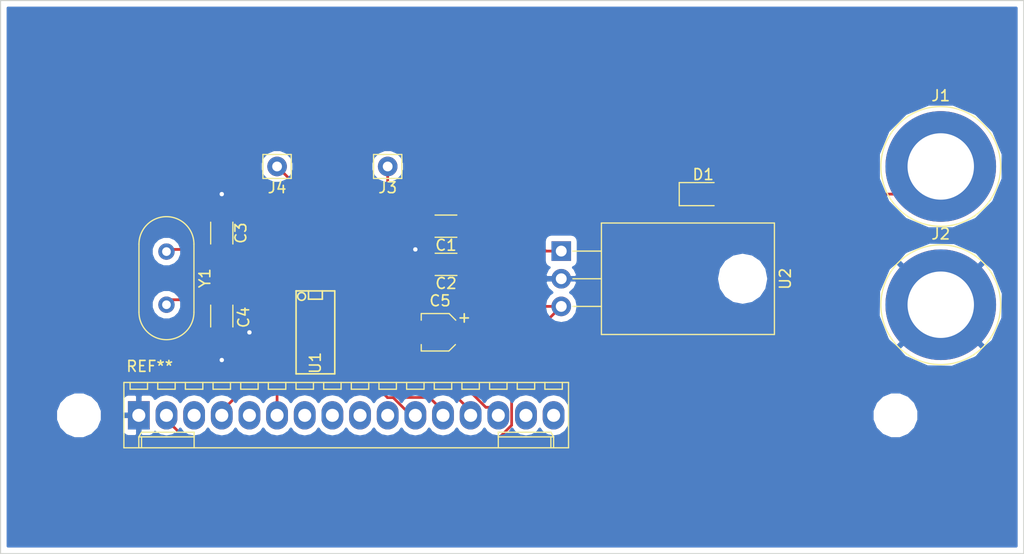
<source format=kicad_pcb>
(kicad_pcb (version 4) (host pcbnew 4.0.7)

  (general
    (links 0)
    (no_connects 0)
    (area 134.569999 78.689999 228.650001 129.590001)
    (thickness 1.6)
    (drawings 4)
    (tracks 98)
    (zones 0)
    (modules 14)
    (nets 22)
  )

  (page A4)
  (layers
    (0 F.Cu signal)
    (31 B.Cu signal hide)
    (32 B.Adhes user)
    (33 F.Adhes user)
    (34 B.Paste user)
    (35 F.Paste user)
    (36 B.SilkS user)
    (37 F.SilkS user)
    (38 B.Mask user)
    (39 F.Mask user)
    (40 Dwgs.User user)
    (41 Cmts.User user)
    (42 Eco1.User user)
    (43 Eco2.User user)
    (44 Edge.Cuts user)
    (45 Margin user)
    (46 B.CrtYd user)
    (47 F.CrtYd user)
    (48 B.Fab user)
    (49 F.Fab user)
  )

  (setup
    (last_trace_width 0.25)
    (trace_clearance 0.2)
    (zone_clearance 0.508)
    (zone_45_only no)
    (trace_min 0.2)
    (segment_width 0.2)
    (edge_width 0.1)
    (via_size 0.6)
    (via_drill 0.4)
    (via_min_size 0.4)
    (via_min_drill 0.3)
    (uvia_size 0.3)
    (uvia_drill 0.1)
    (uvias_allowed no)
    (uvia_min_size 0.2)
    (uvia_min_drill 0.1)
    (pcb_text_width 0.3)
    (pcb_text_size 1.5 1.5)
    (mod_edge_width 0.15)
    (mod_text_size 1 1)
    (mod_text_width 0.15)
    (pad_size 1.5 1.5)
    (pad_drill 0.6)
    (pad_to_mask_clearance 0)
    (aux_axis_origin 0 0)
    (grid_origin 134.62 129.54)
    (visible_elements 7FFFFFFF)
    (pcbplotparams
      (layerselection 0x00030_80000001)
      (usegerberextensions false)
      (excludeedgelayer true)
      (linewidth 0.100000)
      (plotframeref false)
      (viasonmask false)
      (mode 1)
      (useauxorigin false)
      (hpglpennumber 1)
      (hpglpenspeed 20)
      (hpglpendiameter 15)
      (hpglpenoverlay 2)
      (psnegative false)
      (psa4output false)
      (plotreference true)
      (plotvalue true)
      (plotinvisibletext false)
      (padsonsilk false)
      (subtractmaskfromsilk false)
      (outputformat 1)
      (mirror false)
      (drillshape 0)
      (scaleselection 1)
      (outputdirectory ""))
  )

  (net 0 "")
  (net 1 "Net-(C1-Pad1)")
  (net 2 GNDREF)
  (net 3 "Net-(C2-Pad1)")
  (net 4 "Net-(C3-Pad2)")
  (net 5 "Net-(C4-Pad2)")
  (net 6 "Net-(C5-Pad2)")
  (net 7 "Net-(D1-Pad2)")
  (net 8 "Net-(DS1-Pad4)")
  (net 9 "Net-(DS1-Pad6)")
  (net 10 "Net-(DS1-Pad11)")
  (net 11 "Net-(DS1-Pad12)")
  (net 12 "Net-(DS1-Pad13)")
  (net 13 "Net-(DS1-Pad14)")
  (net 14 "Net-(U1-Pad1)")
  (net 15 "Net-(U1-Pad2)")
  (net 16 "Net-(U1-Pad3)")
  (net 17 "Net-(U1-Pad4)")
  (net 18 "Net-(U1-Pad7)")
  (net 19 "Net-(U1-Pad8)")
  (net 20 "Net-(J3-Pad1)")
  (net 21 "Net-(J4-Pad1)")

  (net_class Default "Ceci est la Netclass par défaut"
    (clearance 0.2)
    (trace_width 0.25)
    (via_dia 0.6)
    (via_drill 0.4)
    (uvia_dia 0.3)
    (uvia_drill 0.1)
    (add_net GNDREF)
    (add_net "Net-(C1-Pad1)")
    (add_net "Net-(C2-Pad1)")
    (add_net "Net-(C3-Pad2)")
    (add_net "Net-(C4-Pad2)")
    (add_net "Net-(C5-Pad2)")
    (add_net "Net-(D1-Pad2)")
    (add_net "Net-(DS1-Pad10)")
    (add_net "Net-(DS1-Pad11)")
    (add_net "Net-(DS1-Pad12)")
    (add_net "Net-(DS1-Pad13)")
    (add_net "Net-(DS1-Pad14)")
    (add_net "Net-(DS1-Pad15)")
    (add_net "Net-(DS1-Pad16)")
    (add_net "Net-(DS1-Pad3)")
    (add_net "Net-(DS1-Pad4)")
    (add_net "Net-(DS1-Pad5)")
    (add_net "Net-(DS1-Pad6)")
    (add_net "Net-(DS1-Pad7)")
    (add_net "Net-(DS1-Pad8)")
    (add_net "Net-(DS1-Pad9)")
    (add_net "Net-(J3-Pad1)")
    (add_net "Net-(J4-Pad1)")
    (add_net "Net-(U1-Pad1)")
    (add_net "Net-(U1-Pad2)")
    (add_net "Net-(U1-Pad3)")
    (add_net "Net-(U1-Pad4)")
    (add_net "Net-(U1-Pad7)")
    (add_net "Net-(U1-Pad8)")
  )

  (module Capacitors_SMD:C_1206 (layer F.Cu) (tedit 58AA84B8) (tstamp 5AACFBB5)
    (at 175.532 99.464 180)
    (descr "Capacitor SMD 1206, reflow soldering, AVX (see smccp.pdf)")
    (tags "capacitor 1206")
    (path /5A3C3936)
    (attr smd)
    (fp_text reference C1 (at 0 -1.75 180) (layer F.SilkS)
      (effects (font (size 1 1) (thickness 0.15)))
    )
    (fp_text value C (at 0 2 180) (layer F.Fab)
      (effects (font (size 1 1) (thickness 0.15)))
    )
    (fp_text user %R (at 0 -1.75 180) (layer F.Fab)
      (effects (font (size 1 1) (thickness 0.15)))
    )
    (fp_line (start -1.6 0.8) (end -1.6 -0.8) (layer F.Fab) (width 0.1))
    (fp_line (start 1.6 0.8) (end -1.6 0.8) (layer F.Fab) (width 0.1))
    (fp_line (start 1.6 -0.8) (end 1.6 0.8) (layer F.Fab) (width 0.1))
    (fp_line (start -1.6 -0.8) (end 1.6 -0.8) (layer F.Fab) (width 0.1))
    (fp_line (start 1 -1.02) (end -1 -1.02) (layer F.SilkS) (width 0.12))
    (fp_line (start -1 1.02) (end 1 1.02) (layer F.SilkS) (width 0.12))
    (fp_line (start -2.25 -1.05) (end 2.25 -1.05) (layer F.CrtYd) (width 0.05))
    (fp_line (start -2.25 -1.05) (end -2.25 1.05) (layer F.CrtYd) (width 0.05))
    (fp_line (start 2.25 1.05) (end 2.25 -1.05) (layer F.CrtYd) (width 0.05))
    (fp_line (start 2.25 1.05) (end -2.25 1.05) (layer F.CrtYd) (width 0.05))
    (pad 1 smd rect (at -1.5 0 180) (size 1 1.6) (layers F.Cu F.Paste F.Mask)
      (net 1 "Net-(C1-Pad1)"))
    (pad 2 smd rect (at 1.5 0 180) (size 1 1.6) (layers F.Cu F.Paste F.Mask)
      (net 2 GNDREF))
    (model Capacitors_SMD.3dshapes/C_1206.wrl
      (at (xyz 0 0 0))
      (scale (xyz 1 1 1))
      (rotate (xyz 0 0 0))
    )
  )

  (module Capacitors_SMD:C_1206 (layer F.Cu) (tedit 58AA84B8) (tstamp 5AACFBC6)
    (at 175.542 102.974 180)
    (descr "Capacitor SMD 1206, reflow soldering, AVX (see smccp.pdf)")
    (tags "capacitor 1206")
    (path /5AACE979)
    (attr smd)
    (fp_text reference C2 (at 0 -1.75 180) (layer F.SilkS)
      (effects (font (size 1 1) (thickness 0.15)))
    )
    (fp_text value C (at 0 2 180) (layer F.Fab)
      (effects (font (size 1 1) (thickness 0.15)))
    )
    (fp_text user %R (at 0 -1.75 180) (layer F.Fab)
      (effects (font (size 1 1) (thickness 0.15)))
    )
    (fp_line (start -1.6 0.8) (end -1.6 -0.8) (layer F.Fab) (width 0.1))
    (fp_line (start 1.6 0.8) (end -1.6 0.8) (layer F.Fab) (width 0.1))
    (fp_line (start 1.6 -0.8) (end 1.6 0.8) (layer F.Fab) (width 0.1))
    (fp_line (start -1.6 -0.8) (end 1.6 -0.8) (layer F.Fab) (width 0.1))
    (fp_line (start 1 -1.02) (end -1 -1.02) (layer F.SilkS) (width 0.12))
    (fp_line (start -1 1.02) (end 1 1.02) (layer F.SilkS) (width 0.12))
    (fp_line (start -2.25 -1.05) (end 2.25 -1.05) (layer F.CrtYd) (width 0.05))
    (fp_line (start -2.25 -1.05) (end -2.25 1.05) (layer F.CrtYd) (width 0.05))
    (fp_line (start 2.25 1.05) (end 2.25 -1.05) (layer F.CrtYd) (width 0.05))
    (fp_line (start 2.25 1.05) (end -2.25 1.05) (layer F.CrtYd) (width 0.05))
    (pad 1 smd rect (at -1.5 0 180) (size 1 1.6) (layers F.Cu F.Paste F.Mask)
      (net 3 "Net-(C2-Pad1)"))
    (pad 2 smd rect (at 1.5 0 180) (size 1 1.6) (layers F.Cu F.Paste F.Mask)
      (net 2 GNDREF))
    (model Capacitors_SMD.3dshapes/C_1206.wrl
      (at (xyz 0 0 0))
      (scale (xyz 1 1 1))
      (rotate (xyz 0 0 0))
    )
  )

  (module Capacitors_SMD:C_1206 (layer F.Cu) (tedit 58AA84B8) (tstamp 5AACFBD7)
    (at 154.94 100.1 270)
    (descr "Capacitor SMD 1206, reflow soldering, AVX (see smccp.pdf)")
    (tags "capacitor 1206")
    (path /5AACEA57)
    (attr smd)
    (fp_text reference C3 (at 0 -1.75 270) (layer F.SilkS)
      (effects (font (size 1 1) (thickness 0.15)))
    )
    (fp_text value C (at 0 2 270) (layer F.Fab)
      (effects (font (size 1 1) (thickness 0.15)))
    )
    (fp_text user %R (at 0 -1.75 270) (layer F.Fab)
      (effects (font (size 1 1) (thickness 0.15)))
    )
    (fp_line (start -1.6 0.8) (end -1.6 -0.8) (layer F.Fab) (width 0.1))
    (fp_line (start 1.6 0.8) (end -1.6 0.8) (layer F.Fab) (width 0.1))
    (fp_line (start 1.6 -0.8) (end 1.6 0.8) (layer F.Fab) (width 0.1))
    (fp_line (start -1.6 -0.8) (end 1.6 -0.8) (layer F.Fab) (width 0.1))
    (fp_line (start 1 -1.02) (end -1 -1.02) (layer F.SilkS) (width 0.12))
    (fp_line (start -1 1.02) (end 1 1.02) (layer F.SilkS) (width 0.12))
    (fp_line (start -2.25 -1.05) (end 2.25 -1.05) (layer F.CrtYd) (width 0.05))
    (fp_line (start -2.25 -1.05) (end -2.25 1.05) (layer F.CrtYd) (width 0.05))
    (fp_line (start 2.25 1.05) (end 2.25 -1.05) (layer F.CrtYd) (width 0.05))
    (fp_line (start 2.25 1.05) (end -2.25 1.05) (layer F.CrtYd) (width 0.05))
    (pad 1 smd rect (at -1.5 0 270) (size 1 1.6) (layers F.Cu F.Paste F.Mask)
      (net 2 GNDREF))
    (pad 2 smd rect (at 1.5 0 270) (size 1 1.6) (layers F.Cu F.Paste F.Mask)
      (net 4 "Net-(C3-Pad2)"))
    (model Capacitors_SMD.3dshapes/C_1206.wrl
      (at (xyz 0 0 0))
      (scale (xyz 1 1 1))
      (rotate (xyz 0 0 0))
    )
  )

  (module Capacitors_SMD:C_1206 (layer F.Cu) (tedit 58AA84B8) (tstamp 5AACFBE8)
    (at 154.94 107.72 90)
    (descr "Capacitor SMD 1206, reflow soldering, AVX (see smccp.pdf)")
    (tags "capacitor 1206")
    (path /5AACEAD4)
    (attr smd)
    (fp_text reference C4 (at -0.12 2.01 90) (layer F.SilkS)
      (effects (font (size 1 1) (thickness 0.15)))
    )
    (fp_text value C (at -0.04 -1.85 90) (layer F.Fab)
      (effects (font (size 1 1) (thickness 0.15)))
    )
    (fp_text user %R (at -0.12 1.97 90) (layer F.Fab)
      (effects (font (size 1 1) (thickness 0.15)))
    )
    (fp_line (start -1.6 0.8) (end -1.6 -0.8) (layer F.Fab) (width 0.1))
    (fp_line (start 1.6 0.8) (end -1.6 0.8) (layer F.Fab) (width 0.1))
    (fp_line (start 1.6 -0.8) (end 1.6 0.8) (layer F.Fab) (width 0.1))
    (fp_line (start -1.6 -0.8) (end 1.6 -0.8) (layer F.Fab) (width 0.1))
    (fp_line (start 1 -1.02) (end -1 -1.02) (layer F.SilkS) (width 0.12))
    (fp_line (start -1 1.02) (end 1 1.02) (layer F.SilkS) (width 0.12))
    (fp_line (start -2.25 -1.05) (end 2.25 -1.05) (layer F.CrtYd) (width 0.05))
    (fp_line (start -2.25 -1.05) (end -2.25 1.05) (layer F.CrtYd) (width 0.05))
    (fp_line (start 2.25 1.05) (end 2.25 -1.05) (layer F.CrtYd) (width 0.05))
    (fp_line (start 2.25 1.05) (end -2.25 1.05) (layer F.CrtYd) (width 0.05))
    (pad 1 smd rect (at -1.5 0 90) (size 1 1.6) (layers F.Cu F.Paste F.Mask)
      (net 2 GNDREF))
    (pad 2 smd rect (at 1.5 0 90) (size 1 1.6) (layers F.Cu F.Paste F.Mask)
      (net 5 "Net-(C4-Pad2)"))
    (model Capacitors_SMD.3dshapes/C_1206.wrl
      (at (xyz 0 0 0))
      (scale (xyz 1 1 1))
      (rotate (xyz 0 0 0))
    )
  )

  (module Capacitors_SMD:CP_Elec_3x5.3 (layer F.Cu) (tedit 58AA85CF) (tstamp 5AACFC02)
    (at 174.992 109.22 180)
    (descr "SMT capacitor, aluminium electrolytic, 3x5.3")
    (path /5AA53058)
    (attr smd)
    (fp_text reference C5 (at 0 2.9 180) (layer F.SilkS)
      (effects (font (size 1 1) (thickness 0.15)))
    )
    (fp_text value CP_Small (at -0.03 -2.9 180) (layer F.Fab)
      (effects (font (size 1 1) (thickness 0.15)))
    )
    (fp_circle (center 0 0) (end 0.3 1.5) (layer F.Fab) (width 0.1))
    (fp_text user + (at -0.94 -0.08 180) (layer F.Fab)
      (effects (font (size 1 1) (thickness 0.15)))
    )
    (fp_text user + (at -2.22 1.4 180) (layer F.SilkS)
      (effects (font (size 1 1) (thickness 0.15)))
    )
    (fp_text user %R (at 0 2.9 180) (layer F.Fab)
      (effects (font (size 1 1) (thickness 0.15)))
    )
    (fp_line (start -1.56 -0.75) (end -1.56 0.77) (layer F.Fab) (width 0.1))
    (fp_line (start -0.75 -1.56) (end -1.56 -0.75) (layer F.Fab) (width 0.1))
    (fp_line (start -0.76 1.57) (end -1.56 0.77) (layer F.Fab) (width 0.1))
    (fp_line (start 1.57 1.57) (end 1.57 -1.56) (layer F.Fab) (width 0.1))
    (fp_line (start 1.56 1.57) (end -0.76 1.57) (layer F.Fab) (width 0.1))
    (fp_line (start 1.57 -1.56) (end -0.75 -1.56) (layer F.Fab) (width 0.1))
    (fp_line (start -0.83 1.73) (end -1.44 1.12) (layer F.SilkS) (width 0.12))
    (fp_line (start 1.73 1.73) (end 1.73 1.12) (layer F.SilkS) (width 0.12))
    (fp_line (start -0.81 -1.71) (end -1.41 -1.12) (layer F.SilkS) (width 0.12))
    (fp_line (start 1.73 -1.71) (end 1.73 -1.12) (layer F.SilkS) (width 0.12))
    (fp_line (start -0.83 1.73) (end 1.71 1.73) (layer F.SilkS) (width 0.12))
    (fp_line (start 1.73 -1.71) (end -0.81 -1.71) (layer F.SilkS) (width 0.12))
    (fp_line (start -2.85 -1.82) (end 2.85 -1.82) (layer F.CrtYd) (width 0.05))
    (fp_line (start -2.85 -1.82) (end -2.85 1.82) (layer F.CrtYd) (width 0.05))
    (fp_line (start 2.85 1.82) (end 2.85 -1.82) (layer F.CrtYd) (width 0.05))
    (fp_line (start 2.85 1.82) (end -2.85 1.82) (layer F.CrtYd) (width 0.05))
    (pad 2 smd rect (at 1.5 0 180) (size 2.2 1.6) (layers F.Cu F.Paste F.Mask)
      (net 6 "Net-(C5-Pad2)"))
    (pad 1 smd rect (at -1.5 0 180) (size 2.2 1.6) (layers F.Cu F.Paste F.Mask)
      (net 3 "Net-(C2-Pad1)"))
    (model Capacitors_SMD.3dshapes/CP_Elec_3x5.3.wrl
      (at (xyz 0 0 0))
      (scale (xyz 1 1 1))
      (rotate (xyz 0 0 180))
    )
  )

  (module Diodes_SMD:D_1206 (layer F.Cu) (tedit 590CEAF5) (tstamp 5AACFC1A)
    (at 199.16 96.52)
    (descr "Diode SMD 1206, reflow soldering http://datasheets.avx.com/schottky.pdf")
    (tags "Diode 1206")
    (path /5A324E39)
    (attr smd)
    (fp_text reference D1 (at 0 -1.8) (layer F.SilkS)
      (effects (font (size 1 1) (thickness 0.15)))
    )
    (fp_text value D (at 0 1.9) (layer F.Fab)
      (effects (font (size 1 1) (thickness 0.15)))
    )
    (fp_text user %R (at 0 -1.8) (layer F.Fab)
      (effects (font (size 1 1) (thickness 0.15)))
    )
    (fp_line (start -0.254 -0.254) (end -0.254 0.254) (layer F.Fab) (width 0.1))
    (fp_line (start 0.127 0) (end 0.381 0) (layer F.Fab) (width 0.1))
    (fp_line (start -0.254 0) (end -0.508 0) (layer F.Fab) (width 0.1))
    (fp_line (start 0.127 0.254) (end -0.254 0) (layer F.Fab) (width 0.1))
    (fp_line (start 0.127 -0.254) (end 0.127 0.254) (layer F.Fab) (width 0.1))
    (fp_line (start -0.254 0) (end 0.127 -0.254) (layer F.Fab) (width 0.1))
    (fp_line (start -2.2 -1.06) (end -2.2 1.06) (layer F.SilkS) (width 0.12))
    (fp_line (start -1.7 0.95) (end -1.7 -0.95) (layer F.Fab) (width 0.1))
    (fp_line (start 1.7 0.95) (end -1.7 0.95) (layer F.Fab) (width 0.1))
    (fp_line (start 1.7 -0.95) (end 1.7 0.95) (layer F.Fab) (width 0.1))
    (fp_line (start -1.7 -0.95) (end 1.7 -0.95) (layer F.Fab) (width 0.1))
    (fp_line (start -2.3 -1.16) (end 2.3 -1.16) (layer F.CrtYd) (width 0.05))
    (fp_line (start -2.3 1.16) (end 2.3 1.16) (layer F.CrtYd) (width 0.05))
    (fp_line (start -2.3 -1.16) (end -2.3 1.16) (layer F.CrtYd) (width 0.05))
    (fp_line (start 2.3 -1.16) (end 2.3 1.16) (layer F.CrtYd) (width 0.05))
    (fp_line (start 1 -1.06) (end -2.2 -1.06) (layer F.SilkS) (width 0.12))
    (fp_line (start -2.2 1.06) (end 1 1.06) (layer F.SilkS) (width 0.12))
    (pad 1 smd rect (at -1.5 0) (size 1 1.6) (layers F.Cu F.Paste F.Mask)
      (net 1 "Net-(C1-Pad1)"))
    (pad 2 smd rect (at 1.5 0) (size 1 1.6) (layers F.Cu F.Paste F.Mask)
      (net 7 "Net-(D1-Pad2)"))
    (model ${KISYS3DMOD}/Diodes_SMD.3dshapes/D_1206.wrl
      (at (xyz 0 0 0))
      (scale (xyz 1 1 1))
      (rotate (xyz 0 0 0))
    )
  )

  (module Connectors:Banana_Jack_1Pin (layer F.Cu) (tedit 59774291) (tstamp 5AACFC5A)
    (at 220.98 93.98)
    (descr "Single banana socket, footprint - 6mm drill")
    (tags "banana socket")
    (path /5AA94180)
    (fp_text reference J1 (at 0 -6.5) (layer F.SilkS)
      (effects (font (size 1 1) (thickness 0.15)))
    )
    (fp_text value Conn_01x01_Female (at -0.25 6.5) (layer F.Fab)
      (effects (font (size 1 1) (thickness 0.15)))
    )
    (fp_text user %R (at 0 0) (layer F.Fab)
      (effects (font (size 0.8 0.8) (thickness 0.12)))
    )
    (fp_circle (center 0 0) (end 5.75 0) (layer F.CrtYd) (width 0.05))
    (fp_circle (center 0 0) (end 2 0) (layer F.Fab) (width 0.1))
    (fp_circle (center 0 0) (end 4.85 0.05) (layer F.Fab) (width 0.1))
    (fp_circle (center 0 0) (end 5.5 0) (layer F.SilkS) (width 0.12))
    (pad 1 thru_hole circle (at 0 0) (size 10.16 10.16) (drill 6.1) (layers *.Cu *.Mask)
      (net 7 "Net-(D1-Pad2)"))
    (model ${KISYS3DMOD}/Connectors.3dshapes/Banana_Jack_1Pin.wrl
      (at (xyz 0 0 0))
      (scale (xyz 2 2 2))
      (rotate (xyz 0 0 0))
    )
  )

  (module Connectors:Banana_Jack_1Pin (layer F.Cu) (tedit 59774291) (tstamp 5AACFC64)
    (at 220.98 106.68)
    (descr "Single banana socket, footprint - 6mm drill")
    (tags "banana socket")
    (path /5AA941DB)
    (fp_text reference J2 (at 0 -6.5) (layer F.SilkS)
      (effects (font (size 1 1) (thickness 0.15)))
    )
    (fp_text value Conn_01x01_Female (at -0.25 6.5) (layer F.Fab)
      (effects (font (size 1 1) (thickness 0.15)))
    )
    (fp_text user %R (at 0 0) (layer F.Fab)
      (effects (font (size 0.8 0.8) (thickness 0.12)))
    )
    (fp_circle (center 0 0) (end 5.75 0) (layer F.CrtYd) (width 0.05))
    (fp_circle (center 0 0) (end 2 0) (layer F.Fab) (width 0.1))
    (fp_circle (center 0 0) (end 4.85 0.05) (layer F.Fab) (width 0.1))
    (fp_circle (center 0 0) (end 5.5 0) (layer F.SilkS) (width 0.12))
    (pad 1 thru_hole circle (at 0 0) (size 10.16 10.16) (drill 6.1) (layers *.Cu *.Mask)
      (net 2 GNDREF))
    (model ${KISYS3DMOD}/Connectors.3dshapes/Banana_Jack_1Pin.wrl
      (at (xyz 0 0 0))
      (scale (xyz 2 2 2))
      (rotate (xyz 0 0 0))
    )
  )

  (module SMD_Packages:SSOP-20 (layer F.Cu) (tedit 0) (tstamp 5AACFC84)
    (at 163.542 109.22 270)
    (descr "SSOP 20 pins")
    (tags "CMS SSOP SMD")
    (path /5AA53019)
    (attr smd)
    (fp_text reference U1 (at 2.806 0.013 270) (layer F.SilkS)
      (effects (font (size 1 1) (thickness 0.15)))
    )
    (fp_text value 16F88_SSOP (at -3.43 1.01 270) (layer F.Fab)
      (effects (font (size 1 1) (thickness 0.15)))
    )
    (fp_line (start 3.81 -1.778) (end -3.81 -1.778) (layer F.SilkS) (width 0.15))
    (fp_line (start -3.81 1.778) (end 3.81 1.778) (layer F.SilkS) (width 0.15))
    (fp_line (start 3.81 -1.778) (end 3.81 1.778) (layer F.SilkS) (width 0.15))
    (fp_line (start -3.81 1.778) (end -3.81 -1.778) (layer F.SilkS) (width 0.15))
    (fp_circle (center -3.302 1.27) (end -3.556 1.016) (layer F.SilkS) (width 0.15))
    (fp_line (start -3.81 -0.635) (end -3.048 -0.635) (layer F.SilkS) (width 0.15))
    (fp_line (start -3.048 -0.635) (end -3.048 0.635) (layer F.SilkS) (width 0.15))
    (fp_line (start -3.048 0.635) (end -3.81 0.635) (layer F.SilkS) (width 0.15))
    (pad 1 smd rect (at -2.921 2.667 270) (size 0.4064 1.27) (layers F.Cu F.Paste F.Mask)
      (net 14 "Net-(U1-Pad1)"))
    (pad 2 smd rect (at -2.286 2.667 270) (size 0.4064 1.27) (layers F.Cu F.Paste F.Mask)
      (net 15 "Net-(U1-Pad2)"))
    (pad 3 smd rect (at -1.6256 2.667 270) (size 0.4064 1.27) (layers F.Cu F.Paste F.Mask)
      (net 16 "Net-(U1-Pad3)"))
    (pad 4 smd rect (at -0.9652 2.667 270) (size 0.4064 1.27) (layers F.Cu F.Paste F.Mask)
      (net 17 "Net-(U1-Pad4)"))
    (pad 5 smd rect (at -0.3302 2.667 270) (size 0.4064 1.27) (layers F.Cu F.Paste F.Mask)
      (net 2 GNDREF))
    (pad 6 smd rect (at 0.3302 2.667 270) (size 0.4064 1.27) (layers F.Cu F.Paste F.Mask)
      (net 2 GNDREF))
    (pad 7 smd rect (at 0.9906 2.667 270) (size 0.4064 1.27) (layers F.Cu F.Paste F.Mask)
      (net 18 "Net-(U1-Pad7)"))
    (pad 8 smd rect (at 1.6256 2.667 270) (size 0.4064 1.27) (layers F.Cu F.Paste F.Mask)
      (net 19 "Net-(U1-Pad8)"))
    (pad 9 smd rect (at 2.286 2.667 270) (size 0.4064 1.27) (layers F.Cu F.Paste F.Mask)
      (net 8 "Net-(DS1-Pad4)"))
    (pad 10 smd rect (at 2.921 2.667 270) (size 0.4064 1.27) (layers F.Cu F.Paste F.Mask)
      (net 9 "Net-(DS1-Pad6)"))
    (pad 11 smd rect (at 2.921 -2.667 270) (size 0.4064 1.27) (layers F.Cu F.Paste F.Mask)
      (net 10 "Net-(DS1-Pad11)"))
    (pad 12 smd rect (at 2.286 -2.667 270) (size 0.4064 1.27) (layers F.Cu F.Paste F.Mask)
      (net 11 "Net-(DS1-Pad12)"))
    (pad 13 smd rect (at 1.6256 -2.667 270) (size 0.4064 1.27) (layers F.Cu F.Paste F.Mask)
      (net 12 "Net-(DS1-Pad13)"))
    (pad 14 smd rect (at 0.9906 -2.667 270) (size 0.4064 1.27) (layers F.Cu F.Paste F.Mask)
      (net 13 "Net-(DS1-Pad14)"))
    (pad 15 smd rect (at 0.3302 -2.667 270) (size 0.4064 1.27) (layers F.Cu F.Paste F.Mask)
      (net 6 "Net-(C5-Pad2)"))
    (pad 16 smd rect (at -0.3302 -2.667 270) (size 0.4064 1.27) (layers F.Cu F.Paste F.Mask)
      (net 6 "Net-(C5-Pad2)"))
    (pad 17 smd rect (at -0.9652 -2.667 270) (size 0.4064 1.27) (layers F.Cu F.Paste F.Mask)
      (net 5 "Net-(C4-Pad2)"))
    (pad 18 smd rect (at -1.6256 -2.667 270) (size 0.4064 1.27) (layers F.Cu F.Paste F.Mask)
      (net 4 "Net-(C3-Pad2)"))
    (pad 19 smd rect (at -2.286 -2.667 270) (size 0.4064 1.27) (layers F.Cu F.Paste F.Mask)
      (net 20 "Net-(J3-Pad1)"))
    (pad 20 smd rect (at -2.921 -2.667 270) (size 0.4064 1.27) (layers F.Cu F.Paste F.Mask)
      (net 21 "Net-(J4-Pad1)"))
    (model SMD_Packages.3dshapes/SSOP-20.wrl
      (at (xyz 0 0 0))
      (scale (xyz 0.255 0.33 0.3))
      (rotate (xyz 0 0 0))
    )
  )

  (module TO_SOT_Packages_THT:TO-220-3_Horizontal (layer F.Cu) (tedit 58CE52AD) (tstamp 5AACFCA4)
    (at 186.122 101.754 270)
    (descr "TO-220-3, Horizontal, RM 2.54mm")
    (tags "TO-220-3 Horizontal RM 2.54mm")
    (path /5A33E692)
    (fp_text reference U2 (at 2.54 -20.58 270) (layer F.SilkS)
      (effects (font (size 1 1) (thickness 0.15)))
    )
    (fp_text value L7805 (at 2.54 -10.25 450) (layer F.Fab)
      (effects (font (size 1 1) (thickness 0.15)))
    )
    (fp_text user %R (at 2.54 -20.58 270) (layer F.Fab)
      (effects (font (size 1 1) (thickness 0.15)))
    )
    (fp_line (start -2.46 -13.06) (end -2.46 -19.46) (layer F.Fab) (width 0.1))
    (fp_line (start -2.46 -19.46) (end 7.54 -19.46) (layer F.Fab) (width 0.1))
    (fp_line (start 7.54 -19.46) (end 7.54 -13.06) (layer F.Fab) (width 0.1))
    (fp_line (start 7.54 -13.06) (end -2.46 -13.06) (layer F.Fab) (width 0.1))
    (fp_line (start -2.46 -3.81) (end -2.46 -13.06) (layer F.Fab) (width 0.1))
    (fp_line (start -2.46 -13.06) (end 7.54 -13.06) (layer F.Fab) (width 0.1))
    (fp_line (start 7.54 -13.06) (end 7.54 -3.81) (layer F.Fab) (width 0.1))
    (fp_line (start 7.54 -3.81) (end -2.46 -3.81) (layer F.Fab) (width 0.1))
    (fp_line (start 0 -3.81) (end 0 0) (layer F.Fab) (width 0.1))
    (fp_line (start 2.54 -3.81) (end 2.54 0) (layer F.Fab) (width 0.1))
    (fp_line (start 5.08 -3.81) (end 5.08 0) (layer F.Fab) (width 0.1))
    (fp_line (start -2.58 -3.69) (end 7.66 -3.69) (layer F.SilkS) (width 0.12))
    (fp_line (start -2.58 -19.58) (end 7.66 -19.58) (layer F.SilkS) (width 0.12))
    (fp_line (start -2.58 -19.58) (end -2.58 -3.69) (layer F.SilkS) (width 0.12))
    (fp_line (start 7.66 -19.58) (end 7.66 -3.69) (layer F.SilkS) (width 0.12))
    (fp_line (start 0 -3.69) (end 0 -1.05) (layer F.SilkS) (width 0.12))
    (fp_line (start 2.54 -3.69) (end 2.54 -1.066) (layer F.SilkS) (width 0.12))
    (fp_line (start 5.08 -3.69) (end 5.08 -1.066) (layer F.SilkS) (width 0.12))
    (fp_line (start -2.71 -19.71) (end -2.71 1.15) (layer F.CrtYd) (width 0.05))
    (fp_line (start -2.71 1.15) (end 7.79 1.15) (layer F.CrtYd) (width 0.05))
    (fp_line (start 7.79 1.15) (end 7.79 -19.71) (layer F.CrtYd) (width 0.05))
    (fp_line (start 7.79 -19.71) (end -2.71 -19.71) (layer F.CrtYd) (width 0.05))
    (fp_circle (center 2.54 -16.66) (end 4.39 -16.66) (layer F.Fab) (width 0.1))
    (pad 0 np_thru_hole oval (at 2.54 -16.66 270) (size 3.5 3.5) (drill 3.5) (layers *.Cu *.Mask))
    (pad 1 thru_hole rect (at 0 0 270) (size 1.8 1.8) (drill 1) (layers *.Cu *.Mask)
      (net 1 "Net-(C1-Pad1)"))
    (pad 2 thru_hole oval (at 2.54 0 270) (size 1.8 1.8) (drill 1) (layers *.Cu *.Mask)
      (net 2 GNDREF))
    (pad 3 thru_hole oval (at 5.08 0 270) (size 1.8 1.8) (drill 1) (layers *.Cu *.Mask)
      (net 3 "Net-(C2-Pad1)"))
    (model ${KISYS3DMOD}/TO_SOT_Packages_THT.3dshapes/TO-220-3_Horizontal.wrl
      (at (xyz 0.1 0 0))
      (scale (xyz 0.393701 0.393701 0.393701))
      (rotate (xyz 0 0 0))
    )
  )

  (module Crystals:Crystal_HC49-U_Vertical (layer F.Cu) (tedit 58CD2E9C) (tstamp 5AACFCBB)
    (at 149.86 101.8 270)
    (descr "Crystal THT HC-49/U http://5hertz.com/pdfs/04404_D.pdf")
    (tags "THT crystalHC-49/U")
    (path /5A3C39C5)
    (fp_text reference Y1 (at 2.44 -3.525 270) (layer F.SilkS)
      (effects (font (size 1 1) (thickness 0.15)))
    )
    (fp_text value Crystal (at 2.44 3.525 270) (layer F.Fab)
      (effects (font (size 1 1) (thickness 0.15)))
    )
    (fp_text user %R (at -1.67 3.73 270) (layer F.Fab)
      (effects (font (size 1 1) (thickness 0.15)))
    )
    (fp_line (start -0.685 -2.325) (end 5.565 -2.325) (layer F.Fab) (width 0.1))
    (fp_line (start -0.685 2.325) (end 5.565 2.325) (layer F.Fab) (width 0.1))
    (fp_line (start -0.56 -2) (end 5.44 -2) (layer F.Fab) (width 0.1))
    (fp_line (start -0.56 2) (end 5.44 2) (layer F.Fab) (width 0.1))
    (fp_line (start -0.685 -2.525) (end 5.565 -2.525) (layer F.SilkS) (width 0.12))
    (fp_line (start -0.685 2.525) (end 5.565 2.525) (layer F.SilkS) (width 0.12))
    (fp_line (start -3.5 -2.8) (end -3.5 2.8) (layer F.CrtYd) (width 0.05))
    (fp_line (start -3.5 2.8) (end 8.4 2.8) (layer F.CrtYd) (width 0.05))
    (fp_line (start 8.4 2.8) (end 8.4 -2.8) (layer F.CrtYd) (width 0.05))
    (fp_line (start 8.4 -2.8) (end -3.5 -2.8) (layer F.CrtYd) (width 0.05))
    (fp_arc (start -0.685 0) (end -0.685 -2.325) (angle -180) (layer F.Fab) (width 0.1))
    (fp_arc (start 5.565 0) (end 5.565 -2.325) (angle 180) (layer F.Fab) (width 0.1))
    (fp_arc (start -0.56 0) (end -0.56 -2) (angle -180) (layer F.Fab) (width 0.1))
    (fp_arc (start 5.44 0) (end 5.44 -2) (angle 180) (layer F.Fab) (width 0.1))
    (fp_arc (start -0.685 0) (end -0.685 -2.525) (angle -180) (layer F.SilkS) (width 0.12))
    (fp_arc (start 5.565 0) (end 5.565 -2.525) (angle 180) (layer F.SilkS) (width 0.12))
    (pad 1 thru_hole circle (at 0 0 270) (size 1.5 1.5) (drill 0.8) (layers *.Cu *.Mask)
      (net 4 "Net-(C3-Pad2)"))
    (pad 2 thru_hole circle (at 4.88 0 270) (size 1.5 1.5) (drill 0.8) (layers *.Cu *.Mask)
      (net 5 "Net-(C4-Pad2)"))
    (model ${KISYS3DMOD}/Crystals.3dshapes/Crystal_HC49-U_Vertical.wrl
      (at (xyz 0 0 0))
      (scale (xyz 0.393701 0.393701 0.393701))
      (rotate (xyz 0 0 0))
    )
  )

  (module Connectors:Pin_d0.9mm_L10.0mm_W2.4mm_FlatFork (layer F.Cu) (tedit 59B3E075) (tstamp 5AB12BEC)
    (at 170.18 93.98)
    (descr "solder Pin_ with flat fork, hole diameter 0.9mm, length 10.0mm, width 2.4mm")
    (tags "solder Pin_ with flat fork")
    (path /5AB12B4B)
    (fp_text reference J3 (at 0 1.95) (layer F.SilkS)
      (effects (font (size 1 1) (thickness 0.15)))
    )
    (fp_text value Conn_01x01 (at 0 -2.05) (layer F.Fab)
      (effects (font (size 1 1) (thickness 0.15)))
    )
    (fp_text user %R (at 0 1.95) (layer F.Fab)
      (effects (font (size 1 1) (thickness 0.15)))
    )
    (fp_line (start -1.3 -1.1) (end -1.3 0.6) (layer F.SilkS) (width 0.12))
    (fp_line (start -1.3 0.6) (end -1.3 1.1) (layer F.SilkS) (width 0.12))
    (fp_line (start -1.3 1.1) (end 1.3 1.1) (layer F.SilkS) (width 0.12))
    (fp_line (start 1.3 1.1) (end 1.3 -1.1) (layer F.SilkS) (width 0.12))
    (fp_line (start 1.3 -1.1) (end -1.3 -1.1) (layer F.SilkS) (width 0.12))
    (fp_line (start -1.2 -0.25) (end -1.2 0.25) (layer F.Fab) (width 0.12))
    (fp_line (start -1.2 0.25) (end 1.2 0.25) (layer F.Fab) (width 0.12))
    (fp_line (start 1.2 0.25) (end 1.2 -0.25) (layer F.Fab) (width 0.12))
    (fp_line (start 1.2 -0.25) (end -1.2 -0.25) (layer F.Fab) (width 0.12))
    (fp_line (start -1.7 -1.4) (end 1.7 -1.4) (layer F.CrtYd) (width 0.05))
    (fp_line (start -1.7 -1.4) (end -1.7 1.4) (layer F.CrtYd) (width 0.05))
    (fp_line (start 1.7 1.4) (end 1.7 -1.4) (layer F.CrtYd) (width 0.05))
    (fp_line (start 1.7 1.4) (end -1.7 1.4) (layer F.CrtYd) (width 0.05))
    (pad 1 thru_hole circle (at 0 0) (size 1.8 1.8) (drill 0.9) (layers *.Cu *.Mask)
      (net 20 "Net-(J3-Pad1)"))
    (model ${KISYS3DMOD}/Connectors.3dshapes/Pin_d0.9mm_L10.0mm_W2.4mm_FlatFork.wrl
      (at (xyz 0 0 0))
      (scale (xyz 1 1 1))
      (rotate (xyz 0 0 0))
    )
  )

  (module Connectors:Pin_d0.9mm_L10.0mm_W2.4mm_FlatFork (layer F.Cu) (tedit 59B3E075) (tstamp 5AB12BFF)
    (at 160.02 93.98)
    (descr "solder Pin_ with flat fork, hole diameter 0.9mm, length 10.0mm, width 2.4mm")
    (tags "solder Pin_ with flat fork")
    (path /5AB12A8D)
    (fp_text reference J4 (at 0 1.95) (layer F.SilkS)
      (effects (font (size 1 1) (thickness 0.15)))
    )
    (fp_text value Conn_01x01 (at 0 -2.05) (layer F.Fab)
      (effects (font (size 1 1) (thickness 0.15)))
    )
    (fp_text user %R (at 0 1.95) (layer F.Fab)
      (effects (font (size 1 1) (thickness 0.15)))
    )
    (fp_line (start -1.3 -1.1) (end -1.3 0.6) (layer F.SilkS) (width 0.12))
    (fp_line (start -1.3 0.6) (end -1.3 1.1) (layer F.SilkS) (width 0.12))
    (fp_line (start -1.3 1.1) (end 1.3 1.1) (layer F.SilkS) (width 0.12))
    (fp_line (start 1.3 1.1) (end 1.3 -1.1) (layer F.SilkS) (width 0.12))
    (fp_line (start 1.3 -1.1) (end -1.3 -1.1) (layer F.SilkS) (width 0.12))
    (fp_line (start -1.2 -0.25) (end -1.2 0.25) (layer F.Fab) (width 0.12))
    (fp_line (start -1.2 0.25) (end 1.2 0.25) (layer F.Fab) (width 0.12))
    (fp_line (start 1.2 0.25) (end 1.2 -0.25) (layer F.Fab) (width 0.12))
    (fp_line (start 1.2 -0.25) (end -1.2 -0.25) (layer F.Fab) (width 0.12))
    (fp_line (start -1.7 -1.4) (end 1.7 -1.4) (layer F.CrtYd) (width 0.05))
    (fp_line (start -1.7 -1.4) (end -1.7 1.4) (layer F.CrtYd) (width 0.05))
    (fp_line (start 1.7 1.4) (end 1.7 -1.4) (layer F.CrtYd) (width 0.05))
    (fp_line (start 1.7 1.4) (end -1.7 1.4) (layer F.CrtYd) (width 0.05))
    (pad 1 thru_hole circle (at 0 0) (size 1.8 1.8) (drill 0.9) (layers *.Cu *.Mask)
      (net 21 "Net-(J4-Pad1)"))
    (model ${KISYS3DMOD}/Connectors.3dshapes/Pin_d0.9mm_L10.0mm_W2.4mm_FlatFork.wrl
      (at (xyz 0 0 0))
      (scale (xyz 1 1 1))
      (rotate (xyz 0 0 0))
    )
  )

  (module Connectors_Molex:Molex_KK-6410-16_16x2.54mm_Straight (layer F.Cu) (tedit 58EE6EFD) (tstamp 5AB16E21)
    (at 147.32 116.84)
    (descr "Connector Headers with Friction Lock, 22-27-2161, http://www.molex.com/pdm_docs/sd/022272021_sd.pdf")
    (tags "connector molex kk_6410 22-27-2161")
    (fp_text reference REF** (at 1 -4.5) (layer F.SilkS)
      (effects (font (size 1 1) (thickness 0.15)))
    )
    (fp_text value Molex_KK-6410-16_16x2.54mm_Straight (at 19.05 4.5) (layer F.Fab)
      (effects (font (size 1 1) (thickness 0.15)))
    )
    (fp_line (start -1.47 -3.12) (end -1.47 3.08) (layer F.Fab) (width 0.12))
    (fp_line (start -1.47 3.08) (end 39.57 3.08) (layer F.Fab) (width 0.12))
    (fp_line (start 39.57 3.08) (end 39.57 -3.12) (layer F.Fab) (width 0.12))
    (fp_line (start 39.57 -3.12) (end -1.47 -3.12) (layer F.Fab) (width 0.12))
    (fp_line (start -1.37 -3.02) (end -1.37 2.98) (layer F.SilkS) (width 0.12))
    (fp_line (start -1.37 2.98) (end 39.47 2.98) (layer F.SilkS) (width 0.12))
    (fp_line (start 39.47 2.98) (end 39.47 -3.02) (layer F.SilkS) (width 0.12))
    (fp_line (start 39.47 -3.02) (end -1.37 -3.02) (layer F.SilkS) (width 0.12))
    (fp_line (start 0 2.98) (end 0 1.98) (layer F.SilkS) (width 0.12))
    (fp_line (start 0 1.98) (end 5.08 1.98) (layer F.SilkS) (width 0.12))
    (fp_line (start 5.08 1.98) (end 5.08 2.98) (layer F.SilkS) (width 0.12))
    (fp_line (start 0 1.98) (end 0.25 1.55) (layer F.SilkS) (width 0.12))
    (fp_line (start 0.25 1.55) (end 5.08 1.55) (layer F.SilkS) (width 0.12))
    (fp_line (start 5.08 1.55) (end 5.08 1.98) (layer F.SilkS) (width 0.12))
    (fp_line (start 0.25 2.98) (end 0.25 1.98) (layer F.SilkS) (width 0.12))
    (fp_line (start 38.1 2.98) (end 38.1 1.98) (layer F.SilkS) (width 0.12))
    (fp_line (start 38.1 1.98) (end 33.02 1.98) (layer F.SilkS) (width 0.12))
    (fp_line (start 33.02 1.98) (end 33.02 2.98) (layer F.SilkS) (width 0.12))
    (fp_line (start 38.1 1.98) (end 37.85 1.55) (layer F.SilkS) (width 0.12))
    (fp_line (start 37.85 1.55) (end 33.02 1.55) (layer F.SilkS) (width 0.12))
    (fp_line (start 33.02 1.55) (end 33.02 1.98) (layer F.SilkS) (width 0.12))
    (fp_line (start 37.85 2.98) (end 37.85 1.98) (layer F.SilkS) (width 0.12))
    (fp_line (start -0.8 -3.02) (end -0.8 -2.4) (layer F.SilkS) (width 0.12))
    (fp_line (start -0.8 -2.4) (end 0.8 -2.4) (layer F.SilkS) (width 0.12))
    (fp_line (start 0.8 -2.4) (end 0.8 -3.02) (layer F.SilkS) (width 0.12))
    (fp_line (start 1.74 -3.02) (end 1.74 -2.4) (layer F.SilkS) (width 0.12))
    (fp_line (start 1.74 -2.4) (end 3.34 -2.4) (layer F.SilkS) (width 0.12))
    (fp_line (start 3.34 -2.4) (end 3.34 -3.02) (layer F.SilkS) (width 0.12))
    (fp_line (start 4.28 -3.02) (end 4.28 -2.4) (layer F.SilkS) (width 0.12))
    (fp_line (start 4.28 -2.4) (end 5.88 -2.4) (layer F.SilkS) (width 0.12))
    (fp_line (start 5.88 -2.4) (end 5.88 -3.02) (layer F.SilkS) (width 0.12))
    (fp_line (start 6.82 -3.02) (end 6.82 -2.4) (layer F.SilkS) (width 0.12))
    (fp_line (start 6.82 -2.4) (end 8.42 -2.4) (layer F.SilkS) (width 0.12))
    (fp_line (start 8.42 -2.4) (end 8.42 -3.02) (layer F.SilkS) (width 0.12))
    (fp_line (start 9.36 -3.02) (end 9.36 -2.4) (layer F.SilkS) (width 0.12))
    (fp_line (start 9.36 -2.4) (end 10.96 -2.4) (layer F.SilkS) (width 0.12))
    (fp_line (start 10.96 -2.4) (end 10.96 -3.02) (layer F.SilkS) (width 0.12))
    (fp_line (start 11.9 -3.02) (end 11.9 -2.4) (layer F.SilkS) (width 0.12))
    (fp_line (start 11.9 -2.4) (end 13.5 -2.4) (layer F.SilkS) (width 0.12))
    (fp_line (start 13.5 -2.4) (end 13.5 -3.02) (layer F.SilkS) (width 0.12))
    (fp_line (start 14.44 -3.02) (end 14.44 -2.4) (layer F.SilkS) (width 0.12))
    (fp_line (start 14.44 -2.4) (end 16.04 -2.4) (layer F.SilkS) (width 0.12))
    (fp_line (start 16.04 -2.4) (end 16.04 -3.02) (layer F.SilkS) (width 0.12))
    (fp_line (start 16.98 -3.02) (end 16.98 -2.4) (layer F.SilkS) (width 0.12))
    (fp_line (start 16.98 -2.4) (end 18.58 -2.4) (layer F.SilkS) (width 0.12))
    (fp_line (start 18.58 -2.4) (end 18.58 -3.02) (layer F.SilkS) (width 0.12))
    (fp_line (start 19.52 -3.02) (end 19.52 -2.4) (layer F.SilkS) (width 0.12))
    (fp_line (start 19.52 -2.4) (end 21.12 -2.4) (layer F.SilkS) (width 0.12))
    (fp_line (start 21.12 -2.4) (end 21.12 -3.02) (layer F.SilkS) (width 0.12))
    (fp_line (start 22.06 -3.02) (end 22.06 -2.4) (layer F.SilkS) (width 0.12))
    (fp_line (start 22.06 -2.4) (end 23.66 -2.4) (layer F.SilkS) (width 0.12))
    (fp_line (start 23.66 -2.4) (end 23.66 -3.02) (layer F.SilkS) (width 0.12))
    (fp_line (start 24.6 -3.02) (end 24.6 -2.4) (layer F.SilkS) (width 0.12))
    (fp_line (start 24.6 -2.4) (end 26.2 -2.4) (layer F.SilkS) (width 0.12))
    (fp_line (start 26.2 -2.4) (end 26.2 -3.02) (layer F.SilkS) (width 0.12))
    (fp_line (start 27.14 -3.02) (end 27.14 -2.4) (layer F.SilkS) (width 0.12))
    (fp_line (start 27.14 -2.4) (end 28.74 -2.4) (layer F.SilkS) (width 0.12))
    (fp_line (start 28.74 -2.4) (end 28.74 -3.02) (layer F.SilkS) (width 0.12))
    (fp_line (start 29.68 -3.02) (end 29.68 -2.4) (layer F.SilkS) (width 0.12))
    (fp_line (start 29.68 -2.4) (end 31.28 -2.4) (layer F.SilkS) (width 0.12))
    (fp_line (start 31.28 -2.4) (end 31.28 -3.02) (layer F.SilkS) (width 0.12))
    (fp_line (start 32.22 -3.02) (end 32.22 -2.4) (layer F.SilkS) (width 0.12))
    (fp_line (start 32.22 -2.4) (end 33.82 -2.4) (layer F.SilkS) (width 0.12))
    (fp_line (start 33.82 -2.4) (end 33.82 -3.02) (layer F.SilkS) (width 0.12))
    (fp_line (start 34.76 -3.02) (end 34.76 -2.4) (layer F.SilkS) (width 0.12))
    (fp_line (start 34.76 -2.4) (end 36.36 -2.4) (layer F.SilkS) (width 0.12))
    (fp_line (start 36.36 -2.4) (end 36.36 -3.02) (layer F.SilkS) (width 0.12))
    (fp_line (start 37.3 -3.02) (end 37.3 -2.4) (layer F.SilkS) (width 0.12))
    (fp_line (start 37.3 -2.4) (end 38.9 -2.4) (layer F.SilkS) (width 0.12))
    (fp_line (start 38.9 -2.4) (end 38.9 -3.02) (layer F.SilkS) (width 0.12))
    (fp_line (start -1.9 3.5) (end -1.9 -3.55) (layer F.CrtYd) (width 0.05))
    (fp_line (start -1.9 -3.55) (end 40 -3.55) (layer F.CrtYd) (width 0.05))
    (fp_line (start 40 -3.55) (end 40 3.5) (layer F.CrtYd) (width 0.05))
    (fp_line (start 40 3.5) (end -1.9 3.5) (layer F.CrtYd) (width 0.05))
    (fp_text user %R (at 19.05 0) (layer F.Fab)
      (effects (font (size 1 1) (thickness 0.15)))
    )
    (pad 1 thru_hole rect (at 0 0) (size 2 2.6) (drill 1.2) (layers *.Cu *.Mask))
    (pad 2 thru_hole oval (at 2.54 0) (size 2 2.6) (drill 1.2) (layers *.Cu *.Mask))
    (pad 3 thru_hole oval (at 5.08 0) (size 2 2.6) (drill 1.2) (layers *.Cu *.Mask))
    (pad 4 thru_hole oval (at 7.62 0) (size 2 2.6) (drill 1.2) (layers *.Cu *.Mask))
    (pad 5 thru_hole oval (at 10.16 0) (size 2 2.6) (drill 1.2) (layers *.Cu *.Mask))
    (pad 6 thru_hole oval (at 12.7 0) (size 2 2.6) (drill 1.2) (layers *.Cu *.Mask))
    (pad 7 thru_hole oval (at 15.24 0) (size 2 2.6) (drill 1.2) (layers *.Cu *.Mask))
    (pad 8 thru_hole oval (at 17.78 0) (size 2 2.6) (drill 1.2) (layers *.Cu *.Mask))
    (pad 9 thru_hole oval (at 20.32 0) (size 2 2.6) (drill 1.2) (layers *.Cu *.Mask))
    (pad 10 thru_hole oval (at 22.86 0) (size 2 2.6) (drill 1.2) (layers *.Cu *.Mask))
    (pad 11 thru_hole oval (at 25.4 0) (size 2 2.6) (drill 1.2) (layers *.Cu *.Mask))
    (pad 12 thru_hole oval (at 27.94 0) (size 2 2.6) (drill 1.2) (layers *.Cu *.Mask))
    (pad 13 thru_hole oval (at 30.48 0) (size 2 2.6) (drill 1.2) (layers *.Cu *.Mask))
    (pad 14 thru_hole oval (at 33.02 0) (size 2 2.6) (drill 1.2) (layers *.Cu *.Mask))
    (pad 15 thru_hole oval (at 35.56 0) (size 2 2.6) (drill 1.2) (layers *.Cu *.Mask))
    (pad 16 thru_hole oval (at 38.1 0) (size 2 2.6) (drill 1.2) (layers *.Cu *.Mask))
    (model ${KISYS3DMOD}/Connectors_Molex.3dshapes/Molex_KK-6410-16_16x2.54mm_Straight.wrl
      (at (xyz 0 0 0))
      (scale (xyz 1 1 1))
      (rotate (xyz 0 0 0))
    )
  )

  (gr_line (start 228.6 129.54) (end 134.62 129.54) (layer Edge.Cuts) (width 0.1))
  (gr_line (start 228.6 78.74) (end 228.6 129.54) (layer Edge.Cuts) (width 0.1))
  (gr_line (start 134.62 78.74) (end 228.6 78.74) (layer Edge.Cuts) (width 0.1))
  (gr_line (start 134.62 129.54) (end 134.62 78.74) (layer Edge.Cuts) (width 0.1))

  (segment (start 185.42 96.52) (end 197.66 96.52) (width 0.25) (layer F.Cu) (net 1))
  (segment (start 180.34 99.464) (end 182.413917 99.464) (width 0.25) (layer F.Cu) (net 1))
  (segment (start 182.413917 99.464) (end 184.703917 101.754) (width 0.25) (layer F.Cu) (net 1))
  (segment (start 184.703917 101.754) (end 186.122 101.754) (width 0.25) (layer F.Cu) (net 1))
  (segment (start 177.032 99.464) (end 180.34 99.464) (width 0.25) (layer F.Cu) (net 1))
  (segment (start 185.42 96.52) (end 182.476 99.464) (width 0.25) (layer F.Cu) (net 1))
  (segment (start 182.476 99.464) (end 180.34 99.464) (width 0.25) (layer F.Cu) (net 1))
  (segment (start 177.032 99.164) (end 177.032 99.464) (width 0.25) (layer F.Cu) (net 1))
  (segment (start 177.032 99.764) (end 177.032 99.464) (width 0.25) (layer F.Cu) (net 1))
  (segment (start 174.042 102.974) (end 173.528634 102.974) (width 0.25) (layer F.Cu) (net 2))
  (segment (start 173.528634 102.974) (end 172.72 102.165366) (width 0.25) (layer F.Cu) (net 2))
  (segment (start 172.72 102.165366) (end 172.72 101.6) (width 0.25) (layer F.Cu) (net 2))
  (segment (start 172.72 101.076) (end 172.72 101.6) (width 0.25) (layer F.Cu) (net 2))
  (via (at 172.72 101.6) (size 0.6) (drill 0.4) (layers F.Cu B.Cu) (net 2))
  (segment (start 174.032 99.464) (end 174.032 99.764) (width 0.25) (layer F.Cu) (net 2))
  (segment (start 174.032 99.764) (end 172.72 101.076) (width 0.25) (layer F.Cu) (net 2))
  (via (at 154.94 96.52) (size 0.6) (drill 0.4) (layers F.Cu B.Cu) (net 2))
  (segment (start 154.94 98.6) (end 154.94 96.52) (width 0.25) (layer F.Cu) (net 2))
  (segment (start 160.875 109.5502) (end 157.8102 109.5502) (width 0.25) (layer F.Cu) (net 2))
  (segment (start 157.8102 109.5502) (end 157.48 109.22) (width 0.25) (layer F.Cu) (net 2))
  (segment (start 157.48 109.22) (end 160.02 109.22) (width 0.25) (layer B.Cu) (net 2))
  (segment (start 157.8102 108.8898) (end 157.48 109.22) (width 0.25) (layer F.Cu) (net 2))
  (via (at 157.48 109.22) (size 0.6) (drill 0.4) (layers F.Cu B.Cu) (net 2))
  (segment (start 160.875 108.8898) (end 157.8102 108.8898) (width 0.25) (layer F.Cu) (net 2))
  (via (at 154.94 111.76) (size 0.6) (drill 0.4) (layers F.Cu B.Cu) (net 2))
  (segment (start 154.94 111.76) (end 154.94 109.22) (width 0.25) (layer F.Cu) (net 2))
  (segment (start 173.99 103.026) (end 174.042 102.974) (width 0.25) (layer F.Cu) (net 2))
  (segment (start 149.86 116.84) (end 149.86 117.24) (width 0.25) (layer F.Cu) (net 3))
  (segment (start 149.86 117.24) (end 152 119.38) (width 0.25) (layer F.Cu) (net 3))
  (segment (start 152 119.38) (end 179.932425 119.38) (width 0.25) (layer F.Cu) (net 3))
  (segment (start 179.932425 119.38) (end 181.56501 117.747415) (width 0.25) (layer F.Cu) (net 3))
  (segment (start 181.56501 117.747415) (end 181.56501 111.39099) (width 0.25) (layer F.Cu) (net 3))
  (segment (start 181.56501 111.39099) (end 183.736 109.22) (width 0.25) (layer F.Cu) (net 3))
  (segment (start 177.042 102.974) (end 177.042 103.274) (width 0.25) (layer F.Cu) (net 3))
  (segment (start 177.042 103.274) (end 180.602 106.834) (width 0.25) (layer F.Cu) (net 3))
  (segment (start 180.602 106.834) (end 186.122 106.834) (width 0.25) (layer F.Cu) (net 3))
  (segment (start 176.492 109.22) (end 183.736 109.22) (width 0.25) (layer F.Cu) (net 3))
  (segment (start 183.736 109.22) (end 186.122 106.834) (width 0.25) (layer F.Cu) (net 3))
  (segment (start 154.94 101.6) (end 150.06 101.6) (width 0.25) (layer F.Cu) (net 4))
  (segment (start 150.06 101.6) (end 149.86 101.8) (width 0.25) (layer F.Cu) (net 4))
  (segment (start 166.209 107.5944) (end 165.324 107.5944) (width 0.25) (layer F.Cu) (net 4))
  (segment (start 165.324 107.5944) (end 159.3296 101.6) (width 0.25) (layer F.Cu) (net 4))
  (segment (start 159.3296 101.6) (end 155.99 101.6) (width 0.25) (layer F.Cu) (net 4))
  (segment (start 155.99 101.6) (end 154.94 101.6) (width 0.25) (layer F.Cu) (net 4))
  (segment (start 154.94 106.22) (end 155.24 106.22) (width 0.25) (layer F.Cu) (net 5))
  (segment (start 155.24 106.22) (end 155.99 105.47) (width 0.25) (layer F.Cu) (net 5))
  (segment (start 155.99 105.47) (end 162.5392 105.47) (width 0.25) (layer F.Cu) (net 5))
  (segment (start 162.5392 105.47) (end 165.324 108.2548) (width 0.25) (layer F.Cu) (net 5))
  (segment (start 165.324 108.2548) (end 166.209 108.2548) (width 0.25) (layer F.Cu) (net 5))
  (segment (start 154.94 106.22) (end 150.32 106.22) (width 0.25) (layer F.Cu) (net 5))
  (segment (start 150.32 106.22) (end 149.86 106.68) (width 0.25) (layer F.Cu) (net 5))
  (segment (start 166.209 108.8898) (end 173.1618 108.8898) (width 0.25) (layer F.Cu) (net 6))
  (segment (start 173.1618 108.8898) (end 173.492 109.22) (width 0.25) (layer F.Cu) (net 6))
  (segment (start 166.209 109.5502) (end 173.1618 109.5502) (width 0.25) (layer F.Cu) (net 6))
  (segment (start 173.1618 109.5502) (end 173.492 109.22) (width 0.25) (layer F.Cu) (net 6))
  (segment (start 200.66 96.52) (end 218.44 96.52) (width 0.25) (layer F.Cu) (net 7))
  (segment (start 218.44 96.52) (end 220.98 93.98) (width 0.25) (layer F.Cu) (net 7))
  (segment (start 160.875 111.506) (end 159.874 111.506) (width 0.25) (layer F.Cu) (net 8))
  (segment (start 159.874 111.506) (end 154.94 116.44) (width 0.25) (layer F.Cu) (net 8))
  (segment (start 154.94 116.44) (end 154.94 116.84) (width 0.25) (layer F.Cu) (net 8))
  (segment (start 160.401 112.141) (end 160.02 112.522) (width 0.25) (layer F.Cu) (net 9))
  (segment (start 160.02 112.522) (end 160.02 116.84) (width 0.25) (layer F.Cu) (net 9))
  (segment (start 160.875 112.141) (end 160.401 112.141) (width 0.25) (layer F.Cu) (net 9))
  (segment (start 170.16799 115.21499) (end 167.094 112.141) (width 0.25) (layer F.Cu) (net 10))
  (segment (start 172.72 116.84) (end 172.312425 116.84) (width 0.25) (layer F.Cu) (net 10))
  (segment (start 172.312425 116.84) (end 170.687415 115.21499) (width 0.25) (layer F.Cu) (net 10))
  (segment (start 170.687415 115.21499) (end 170.16799 115.21499) (width 0.25) (layer F.Cu) (net 10))
  (segment (start 167.094 112.141) (end 166.209 112.141) (width 0.25) (layer F.Cu) (net 10))
  (segment (start 170.873815 114.764979) (end 171.308857 115.200022) (width 0.25) (layer F.Cu) (net 11))
  (segment (start 170.375556 114.764979) (end 170.873815 114.764979) (width 0.25) (layer F.Cu) (net 11))
  (segment (start 166.209 111.506) (end 167.116578 111.506) (width 0.25) (layer F.Cu) (net 11))
  (segment (start 175.26 116.44) (end 175.26 116.84) (width 0.25) (layer F.Cu) (net 11))
  (segment (start 171.308857 115.200022) (end 174.020022 115.200022) (width 0.25) (layer F.Cu) (net 11))
  (segment (start 174.020022 115.200022) (end 175.26 116.44) (width 0.25) (layer F.Cu) (net 11))
  (segment (start 167.116578 111.506) (end 170.375556 114.764979) (width 0.25) (layer F.Cu) (net 11))
  (segment (start 177.8 116.44) (end 177.8 116.84) (width 0.25) (layer F.Cu) (net 12))
  (segment (start 167.09259 110.8456) (end 170.561957 114.314968) (width 0.25) (layer F.Cu) (net 12))
  (segment (start 170.561957 114.314968) (end 171.060215 114.314968) (width 0.25) (layer F.Cu) (net 12))
  (segment (start 171.060215 114.314968) (end 171.495257 114.750011) (width 0.25) (layer F.Cu) (net 12))
  (segment (start 171.495257 114.750011) (end 176.110011 114.750011) (width 0.25) (layer F.Cu) (net 12))
  (segment (start 166.209 110.8456) (end 167.09259 110.8456) (width 0.25) (layer F.Cu) (net 12))
  (segment (start 176.110011 114.750011) (end 177.8 116.44) (width 0.25) (layer F.Cu) (net 12))
  (segment (start 166.209 110.2106) (end 167.094 110.2106) (width 0.25) (layer F.Cu) (net 13))
  (segment (start 167.094 110.2106) (end 170.748357 113.864958) (width 0.25) (layer F.Cu) (net 13))
  (segment (start 170.748357 113.864958) (end 176.957383 113.864958) (width 0.25) (layer F.Cu) (net 13))
  (segment (start 176.957383 113.864958) (end 179.193591 116.101166) (width 0.25) (layer F.Cu) (net 13))
  (segment (start 180.155978 116.652603) (end 180.155978 116.655978) (width 0.25) (layer F.Cu) (net 13))
  (segment (start 179.193591 116.101166) (end 179.604541 116.101166) (width 0.25) (layer F.Cu) (net 13))
  (segment (start 179.604541 116.101166) (end 180.155978 116.652603) (width 0.25) (layer F.Cu) (net 13))
  (segment (start 180.155978 116.655978) (end 180.34 116.84) (width 0.25) (layer F.Cu) (net 13))
  (segment (start 170.18 93.98) (end 170.18 104.241236) (width 0.25) (layer F.Cu) (net 20))
  (segment (start 170.18 104.241236) (end 167.487236 106.934) (width 0.25) (layer F.Cu) (net 20))
  (segment (start 167.487236 106.934) (end 166.209 106.934) (width 0.25) (layer F.Cu) (net 20))
  (segment (start 166.209 106.299) (end 167.485825 106.299) (width 0.25) (layer F.Cu) (net 21))
  (segment (start 167.485825 106.299) (end 167.684538 106.100287) (width 0.25) (layer F.Cu) (net 21))
  (segment (start 167.684538 106.100287) (end 167.684538 101.644538) (width 0.25) (layer F.Cu) (net 21))
  (segment (start 167.684538 101.644538) (end 165.1 99.06) (width 0.25) (layer F.Cu) (net 21))
  (segment (start 165.1 99.06) (end 160.02 93.98) (width 0.25) (layer F.Cu) (net 21))

  (zone (net 2) (net_name GNDREF) (layer B.Cu) (tstamp 0) (hatch edge 0.508)
    (connect_pads (clearance 0.508))
    (min_thickness 0.254)
    (fill yes (arc_segments 16) (thermal_gap 0.508) (thermal_bridge_width 0.508))
    (polygon
      (pts
        (xy 134.62 129.54) (xy 134.62 78.74) (xy 228.6 78.74) (xy 228.6 129.54)
      )
    )
    (filled_polygon
      (pts
        (xy 227.915 128.855) (xy 135.305 128.855) (xy 135.305 117.262815) (xy 139.68553 117.262815) (xy 140.00988 118.0478)
        (xy 140.609941 118.648909) (xy 141.394359 118.974628) (xy 142.243715 118.97537) (xy 143.0287 118.65102) (xy 143.629809 118.050959)
        (xy 143.955528 117.266541) (xy 143.95565 117.12575) (xy 145.785 117.12575) (xy 145.785 118.26631) (xy 145.881673 118.499699)
        (xy 146.060302 118.678327) (xy 146.293691 118.775) (xy 147.03425 118.775) (xy 147.193 118.61625) (xy 147.193 116.967)
        (xy 145.94375 116.967) (xy 145.785 117.12575) (xy 143.95565 117.12575) (xy 143.95627 116.417185) (xy 143.63192 115.6322)
        (xy 143.413791 115.41369) (xy 145.785 115.41369) (xy 145.785 116.55425) (xy 145.94375 116.713) (xy 147.193 116.713)
        (xy 147.193 115.06375) (xy 147.447 115.06375) (xy 147.447 116.713) (xy 147.467 116.713) (xy 147.467 116.967)
        (xy 147.447 116.967) (xy 147.447 118.61625) (xy 147.60575 118.775) (xy 148.346309 118.775) (xy 148.579698 118.678327)
        (xy 148.758327 118.499699) (xy 148.806098 118.38437) (xy 149.272581 118.696064) (xy 149.86 118.812909) (xy 150.447419 118.696064)
        (xy 150.945409 118.363318) (xy 151.13 118.087058) (xy 151.314591 118.363318) (xy 151.812581 118.696064) (xy 152.4 118.812909)
        (xy 152.987419 118.696064) (xy 153.485409 118.363318) (xy 153.67 118.087058) (xy 153.854591 118.363318) (xy 154.352581 118.696064)
        (xy 154.94 118.812909) (xy 155.527419 118.696064) (xy 156.025409 118.363318) (xy 156.21 118.087058) (xy 156.394591 118.363318)
        (xy 156.892581 118.696064) (xy 157.48 118.812909) (xy 158.067419 118.696064) (xy 158.565409 118.363318) (xy 158.75 118.087058)
        (xy 158.934591 118.363318) (xy 159.432581 118.696064) (xy 160.02 118.812909) (xy 160.607419 118.696064) (xy 161.105409 118.363318)
        (xy 161.29 118.087058) (xy 161.474591 118.363318) (xy 161.972581 118.696064) (xy 162.56 118.812909) (xy 163.147419 118.696064)
        (xy 163.645409 118.363318) (xy 163.83 118.087058) (xy 164.014591 118.363318) (xy 164.512581 118.696064) (xy 165.1 118.812909)
        (xy 165.687419 118.696064) (xy 166.185409 118.363318) (xy 166.37 118.087058) (xy 166.554591 118.363318) (xy 167.052581 118.696064)
        (xy 167.64 118.812909) (xy 168.227419 118.696064) (xy 168.725409 118.363318) (xy 168.91 118.087058) (xy 169.094591 118.363318)
        (xy 169.592581 118.696064) (xy 170.18 118.812909) (xy 170.767419 118.696064) (xy 171.265409 118.363318) (xy 171.45 118.087058)
        (xy 171.634591 118.363318) (xy 172.132581 118.696064) (xy 172.72 118.812909) (xy 173.307419 118.696064) (xy 173.805409 118.363318)
        (xy 173.99 118.087058) (xy 174.174591 118.363318) (xy 174.672581 118.696064) (xy 175.26 118.812909) (xy 175.847419 118.696064)
        (xy 176.345409 118.363318) (xy 176.53 118.087058) (xy 176.714591 118.363318) (xy 177.212581 118.696064) (xy 177.8 118.812909)
        (xy 178.387419 118.696064) (xy 178.885409 118.363318) (xy 179.07 118.087058) (xy 179.254591 118.363318) (xy 179.752581 118.696064)
        (xy 180.34 118.812909) (xy 180.927419 118.696064) (xy 181.425409 118.363318) (xy 181.61 118.087058) (xy 181.794591 118.363318)
        (xy 182.292581 118.696064) (xy 182.88 118.812909) (xy 183.467419 118.696064) (xy 183.965409 118.363318) (xy 184.15 118.087058)
        (xy 184.334591 118.363318) (xy 184.832581 118.696064) (xy 185.42 118.812909) (xy 186.007419 118.696064) (xy 186.505409 118.363318)
        (xy 186.838155 117.865328) (xy 186.955 117.277909) (xy 186.955 117.262815) (xy 214.68463 117.262815) (xy 215.00898 118.0478)
        (xy 215.609041 118.648909) (xy 216.393459 118.974628) (xy 217.242815 118.97537) (xy 218.0278 118.65102) (xy 218.628909 118.050959)
        (xy 218.954628 117.266541) (xy 218.95537 116.417185) (xy 218.63102 115.6322) (xy 218.030959 115.031091) (xy 217.246541 114.705372)
        (xy 216.397185 114.70463) (xy 215.6122 115.02898) (xy 215.011091 115.629041) (xy 214.685372 116.413459) (xy 214.68463 117.262815)
        (xy 186.955 117.262815) (xy 186.955 116.402091) (xy 186.838155 115.814672) (xy 186.505409 115.316682) (xy 186.007419 114.983936)
        (xy 185.42 114.867091) (xy 184.832581 114.983936) (xy 184.334591 115.316682) (xy 184.15 115.592942) (xy 183.965409 115.316682)
        (xy 183.467419 114.983936) (xy 182.88 114.867091) (xy 182.292581 114.983936) (xy 181.794591 115.316682) (xy 181.61 115.592942)
        (xy 181.425409 115.316682) (xy 180.927419 114.983936) (xy 180.34 114.867091) (xy 179.752581 114.983936) (xy 179.254591 115.316682)
        (xy 179.07 115.592942) (xy 178.885409 115.316682) (xy 178.387419 114.983936) (xy 177.8 114.867091) (xy 177.212581 114.983936)
        (xy 176.714591 115.316682) (xy 176.53 115.592942) (xy 176.345409 115.316682) (xy 175.847419 114.983936) (xy 175.26 114.867091)
        (xy 174.672581 114.983936) (xy 174.174591 115.316682) (xy 173.99 115.592942) (xy 173.805409 115.316682) (xy 173.307419 114.983936)
        (xy 172.72 114.867091) (xy 172.132581 114.983936) (xy 171.634591 115.316682) (xy 171.45 115.592942) (xy 171.265409 115.316682)
        (xy 170.767419 114.983936) (xy 170.18 114.867091) (xy 169.592581 114.983936) (xy 169.094591 115.316682) (xy 168.91 115.592942)
        (xy 168.725409 115.316682) (xy 168.227419 114.983936) (xy 167.64 114.867091) (xy 167.052581 114.983936) (xy 166.554591 115.316682)
        (xy 166.37 115.592942) (xy 166.185409 115.316682) (xy 165.687419 114.983936) (xy 165.1 114.867091) (xy 164.512581 114.983936)
        (xy 164.014591 115.316682) (xy 163.83 115.592942) (xy 163.645409 115.316682) (xy 163.147419 114.983936) (xy 162.56 114.867091)
        (xy 161.972581 114.983936) (xy 161.474591 115.316682) (xy 161.29 115.592942) (xy 161.105409 115.316682) (xy 160.607419 114.983936)
        (xy 160.02 114.867091) (xy 159.432581 114.983936) (xy 158.934591 115.316682) (xy 158.75 115.592942) (xy 158.565409 115.316682)
        (xy 158.067419 114.983936) (xy 157.48 114.867091) (xy 156.892581 114.983936) (xy 156.394591 115.316682) (xy 156.21 115.592942)
        (xy 156.025409 115.316682) (xy 155.527419 114.983936) (xy 154.94 114.867091) (xy 154.352581 114.983936) (xy 153.854591 115.316682)
        (xy 153.67 115.592942) (xy 153.485409 115.316682) (xy 152.987419 114.983936) (xy 152.4 114.867091) (xy 151.812581 114.983936)
        (xy 151.314591 115.316682) (xy 151.13 115.592942) (xy 150.945409 115.316682) (xy 150.447419 114.983936) (xy 149.86 114.867091)
        (xy 149.272581 114.983936) (xy 148.806098 115.29563) (xy 148.758327 115.180301) (xy 148.579698 115.001673) (xy 148.346309 114.905)
        (xy 147.60575 114.905) (xy 147.447 115.06375) (xy 147.193 115.06375) (xy 147.03425 114.905) (xy 146.293691 114.905)
        (xy 146.060302 115.001673) (xy 145.881673 115.180301) (xy 145.785 115.41369) (xy 143.413791 115.41369) (xy 143.031859 115.031091)
        (xy 142.247441 114.705372) (xy 141.398085 114.70463) (xy 140.6131 115.02898) (xy 140.011991 115.629041) (xy 139.686272 116.413459)
        (xy 139.68553 117.262815) (xy 135.305 117.262815) (xy 135.305 110.776828) (xy 217.062777 110.776828) (xy 217.658556 111.467641)
        (xy 219.743537 112.374265) (xy 222.016758 112.413989) (xy 224.132142 111.580765) (xy 224.301444 111.467641) (xy 224.897223 110.776828)
        (xy 220.98 106.859605) (xy 217.062777 110.776828) (xy 135.305 110.776828) (xy 135.305 106.954285) (xy 148.47476 106.954285)
        (xy 148.685169 107.463515) (xy 149.074436 107.853461) (xy 149.583298 108.064759) (xy 150.134285 108.06524) (xy 150.643515 107.854831)
        (xy 151.033461 107.465564) (xy 151.244759 106.956702) (xy 151.244892 106.803928) (xy 184.587 106.803928) (xy 184.587 106.864072)
        (xy 184.703845 107.451491) (xy 185.036591 107.949481) (xy 185.534581 108.282227) (xy 186.122 108.399072) (xy 186.709419 108.282227)
        (xy 187.207409 107.949481) (xy 187.362909 107.716758) (xy 215.246011 107.716758) (xy 216.079235 109.832142) (xy 216.192359 110.001444)
        (xy 216.883172 110.597223) (xy 220.800395 106.68) (xy 221.159605 106.68) (xy 225.076828 110.597223) (xy 225.767641 110.001444)
        (xy 226.674265 107.916463) (xy 226.713989 105.643242) (xy 225.880765 103.527858) (xy 225.767641 103.358556) (xy 225.076828 102.762777)
        (xy 221.159605 106.68) (xy 220.800395 106.68) (xy 216.883172 102.762777) (xy 216.192359 103.358556) (xy 215.285735 105.443537)
        (xy 215.246011 107.716758) (xy 187.362909 107.716758) (xy 187.540155 107.451491) (xy 187.657 106.864072) (xy 187.657 106.803928)
        (xy 187.540155 106.216509) (xy 187.207409 105.718519) (xy 186.969418 105.559499) (xy 187.359966 105.201576) (xy 187.613046 104.658742)
        (xy 187.492997 104.421) (xy 186.249 104.421) (xy 186.249 104.441) (xy 185.995 104.441) (xy 185.995 104.421)
        (xy 184.751003 104.421) (xy 184.630954 104.658742) (xy 184.884034 105.201576) (xy 185.274582 105.559499) (xy 185.036591 105.718519)
        (xy 184.703845 106.216509) (xy 184.587 106.803928) (xy 151.244892 106.803928) (xy 151.24524 106.405715) (xy 151.034831 105.896485)
        (xy 150.645564 105.506539) (xy 150.136702 105.295241) (xy 149.585715 105.29476) (xy 149.076485 105.505169) (xy 148.686539 105.894436)
        (xy 148.475241 106.403298) (xy 148.47476 106.954285) (xy 135.305 106.954285) (xy 135.305 104.247275) (xy 200.397 104.247275)
        (xy 200.397 104.340725) (xy 200.578547 105.253425) (xy 201.09555 106.027175) (xy 201.8693 106.544178) (xy 202.782 106.725725)
        (xy 203.6947 106.544178) (xy 204.46845 106.027175) (xy 204.985453 105.253425) (xy 205.167 104.340725) (xy 205.167 104.247275)
        (xy 204.985453 103.334575) (xy 204.483382 102.583172) (xy 217.062777 102.583172) (xy 220.98 106.500395) (xy 224.897223 102.583172)
        (xy 224.301444 101.892359) (xy 222.216463 100.985735) (xy 219.943242 100.946011) (xy 217.827858 101.779235) (xy 217.658556 101.892359)
        (xy 217.062777 102.583172) (xy 204.483382 102.583172) (xy 204.46845 102.560825) (xy 203.6947 102.043822) (xy 202.782 101.862275)
        (xy 201.8693 102.043822) (xy 201.09555 102.560825) (xy 200.578547 103.334575) (xy 200.397 104.247275) (xy 135.305 104.247275)
        (xy 135.305 102.074285) (xy 148.47476 102.074285) (xy 148.685169 102.583515) (xy 149.074436 102.973461) (xy 149.583298 103.184759)
        (xy 150.134285 103.18524) (xy 150.643515 102.974831) (xy 151.033461 102.585564) (xy 151.244759 102.076702) (xy 151.24524 101.525715)
        (xy 151.034831 101.016485) (xy 150.872629 100.854) (xy 184.57456 100.854) (xy 184.57456 102.654) (xy 184.618838 102.889317)
        (xy 184.75791 103.105441) (xy 184.97011 103.250431) (xy 185.021146 103.260766) (xy 184.884034 103.386424) (xy 184.630954 103.929258)
        (xy 184.751003 104.167) (xy 185.995 104.167) (xy 185.995 104.147) (xy 186.249 104.147) (xy 186.249 104.167)
        (xy 187.492997 104.167) (xy 187.613046 103.929258) (xy 187.359966 103.386424) (xy 187.225462 103.263156) (xy 187.257317 103.257162)
        (xy 187.473441 103.11809) (xy 187.618431 102.90589) (xy 187.66944 102.654) (xy 187.66944 100.854) (xy 187.625162 100.618683)
        (xy 187.48609 100.402559) (xy 187.27389 100.257569) (xy 187.022 100.20656) (xy 185.222 100.20656) (xy 184.986683 100.250838)
        (xy 184.770559 100.38991) (xy 184.625569 100.60211) (xy 184.57456 100.854) (xy 150.872629 100.854) (xy 150.645564 100.626539)
        (xy 150.136702 100.415241) (xy 149.585715 100.41476) (xy 149.076485 100.625169) (xy 148.686539 101.014436) (xy 148.475241 101.523298)
        (xy 148.47476 102.074285) (xy 135.305 102.074285) (xy 135.305 94.283991) (xy 158.484735 94.283991) (xy 158.717932 94.848371)
        (xy 159.149357 95.280551) (xy 159.71333 95.514733) (xy 160.323991 95.515265) (xy 160.888371 95.282068) (xy 161.320551 94.850643)
        (xy 161.554733 94.28667) (xy 161.554735 94.283991) (xy 168.644735 94.283991) (xy 168.877932 94.848371) (xy 169.309357 95.280551)
        (xy 169.87333 95.514733) (xy 170.483991 95.515265) (xy 171.048371 95.282068) (xy 171.21894 95.111796) (xy 215.264011 95.111796)
        (xy 216.132234 97.213058) (xy 217.738486 98.822116) (xy 219.838229 99.694005) (xy 222.111796 99.695989) (xy 224.213058 98.827766)
        (xy 225.822116 97.221514) (xy 226.694005 95.121771) (xy 226.695989 92.848204) (xy 225.827766 90.746942) (xy 224.221514 89.137884)
        (xy 222.121771 88.265995) (xy 219.848204 88.264011) (xy 217.746942 89.132234) (xy 216.137884 90.738486) (xy 215.265995 92.838229)
        (xy 215.264011 95.111796) (xy 171.21894 95.111796) (xy 171.480551 94.850643) (xy 171.714733 94.28667) (xy 171.715265 93.676009)
        (xy 171.482068 93.111629) (xy 171.050643 92.679449) (xy 170.48667 92.445267) (xy 169.876009 92.444735) (xy 169.311629 92.677932)
        (xy 168.879449 93.109357) (xy 168.645267 93.67333) (xy 168.644735 94.283991) (xy 161.554735 94.283991) (xy 161.555265 93.676009)
        (xy 161.322068 93.111629) (xy 160.890643 92.679449) (xy 160.32667 92.445267) (xy 159.716009 92.444735) (xy 159.151629 92.677932)
        (xy 158.719449 93.109357) (xy 158.485267 93.67333) (xy 158.484735 94.283991) (xy 135.305 94.283991) (xy 135.305 79.425)
        (xy 227.915 79.425)
      )
    )
  )
)

</source>
